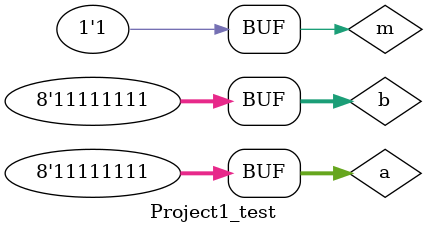
<source format=v>
`include "adder_4bits.v";
`include "inverter.v";
module hybrid_adder_8bits
(
  input [7:0] a , b,
  input m,
  output [7:0] s,
  output c7,cout,
  output overflow
);

wire c4, c3;
wire [7:0] i;
inverter invert(m, b [7:0],i);
adder_4bits adder1(a[3:0], i [3:0], m, s[3:0], c3, c4);
adder_4bits adder2(a[7:4], i [7:4], c4, s[7:4], c7, cout);
assign overflow = c7^cout;
endmodule

module Project1_test;
reg [7:0] a, b;
reg m;
wire [7:0] s;
wire c7,cout;
wire overflow;
hybrid_adder_8bits tester(a, b, m, s,c7,cout,overflow);

initial
begin
	$display("Time  a   b   m   c7 cout of sum");
  $monitor("%4d: %2h, %2h, %3b = %2b, %2b,   %2b, %2h", $time, a, b, m, c7, cout, overflow, s);
  a = 8'h00; b = 8'h00; m = 1'b0;
  //test 1
  #10
  a = 8'h02; b = 8'h03; m = 1'b0;
  //test 2
  #10
  a = 8'h00; b = 8'hFF; m = 1'b1;
  //test 3
  #10
  a = 8'h55; b = 8'hAA; m = 1'b0;
  //test 4
  #10
  a = 8'h55; b = 8'hAA; m = 1'b1;
  //test 5
  #10
  a = 8'hFF; b = 8'hFF; m = 1'b1;
end
endmodule


</source>
